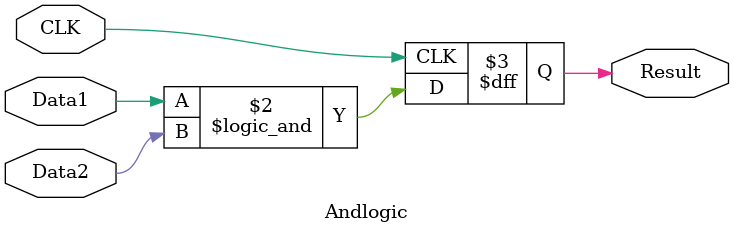
<source format=v>
`timescale 1ns / 1ps


module Andlogic(
    input CLK,
    input Data1,
    input Data2,
    output reg Result
    );
    
    always@(posedge CLK) begin
        Result <= Data1 && Data2;
    end
    
endmodule

</source>
